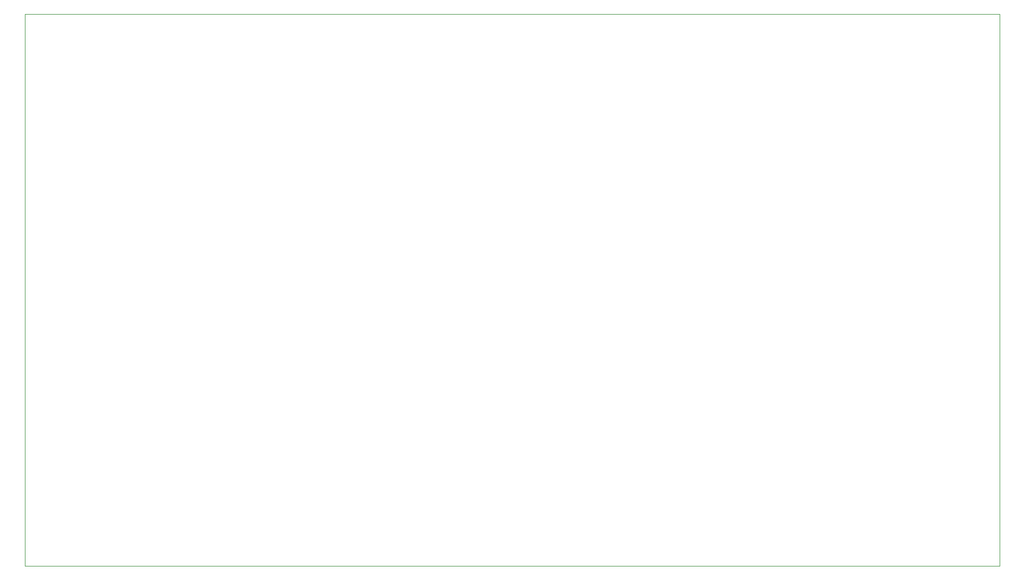
<source format=gbr>
G04 (created by PCBNEW (2013-05-31 BZR 4019)-stable) date 6/4/2013 8:20:18 PM*
%MOIN*%
G04 Gerber Fmt 3.4, Leading zero omitted, Abs format*
%FSLAX34Y34*%
G01*
G70*
G90*
G04 APERTURE LIST*
%ADD10C,0.00590551*%
%ADD11C,0.00393701*%
G04 APERTURE END LIST*
G54D10*
G54D11*
X100000Y-40000D02*
X40000Y-40000D01*
X100000Y-74000D02*
X100000Y-40000D01*
X40000Y-74000D02*
X100000Y-74000D01*
X40000Y-40000D02*
X40000Y-74000D01*
M02*

</source>
